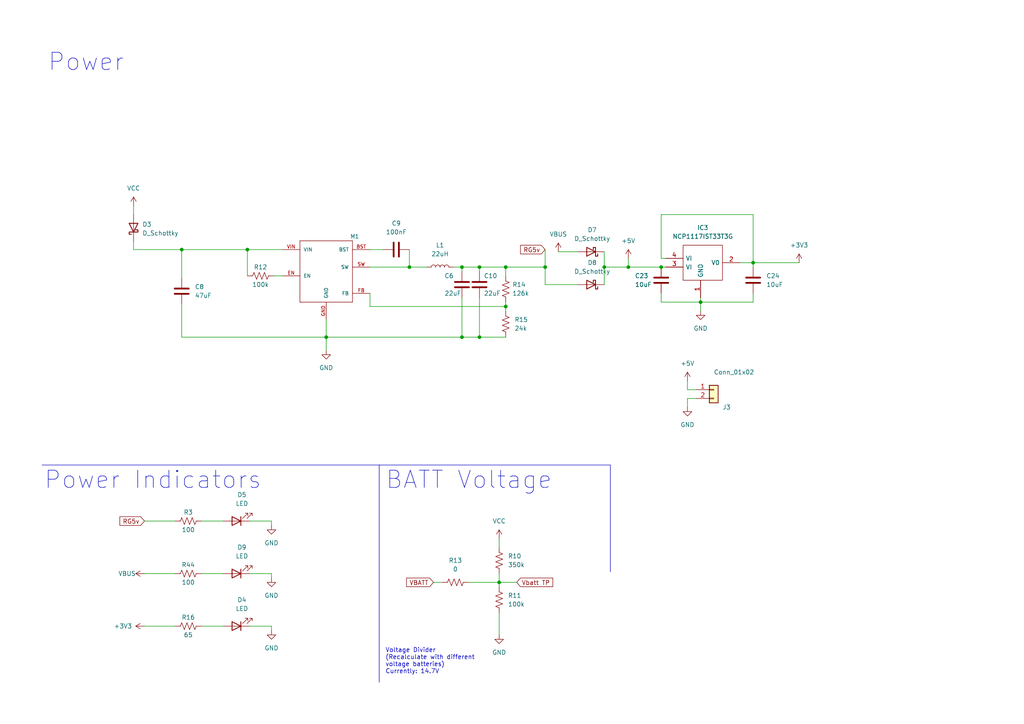
<source format=kicad_sch>
(kicad_sch (version 20230121) (generator eeschema)

  (uuid bef53c43-9608-4e37-96f3-ac66159eea2b)

  (paper "A4")

  (lib_symbols
    (symbol "Connector_Generic:Conn_01x02" (pin_names (offset 1.016) hide) (in_bom yes) (on_board yes)
      (property "Reference" "J" (at 0 2.54 0)
        (effects (font (size 1.27 1.27)))
      )
      (property "Value" "Conn_01x02" (at 0 -5.08 0)
        (effects (font (size 1.27 1.27)))
      )
      (property "Footprint" "" (at 0 0 0)
        (effects (font (size 1.27 1.27)) hide)
      )
      (property "Datasheet" "~" (at 0 0 0)
        (effects (font (size 1.27 1.27)) hide)
      )
      (property "ki_keywords" "connector" (at 0 0 0)
        (effects (font (size 1.27 1.27)) hide)
      )
      (property "ki_description" "Generic connector, single row, 01x02, script generated (kicad-library-utils/schlib/autogen/connector/)" (at 0 0 0)
        (effects (font (size 1.27 1.27)) hide)
      )
      (property "ki_fp_filters" "Connector*:*_1x??_*" (at 0 0 0)
        (effects (font (size 1.27 1.27)) hide)
      )
      (symbol "Conn_01x02_1_1"
        (rectangle (start -1.27 -2.413) (end 0 -2.667)
          (stroke (width 0.1524) (type default))
          (fill (type none))
        )
        (rectangle (start -1.27 0.127) (end 0 -0.127)
          (stroke (width 0.1524) (type default))
          (fill (type none))
        )
        (rectangle (start -1.27 1.27) (end 1.27 -3.81)
          (stroke (width 0.254) (type default))
          (fill (type background))
        )
        (pin passive line (at -5.08 0 0) (length 3.81)
          (name "Pin_1" (effects (font (size 1.27 1.27))))
          (number "1" (effects (font (size 1.27 1.27))))
        )
        (pin passive line (at -5.08 -2.54 0) (length 3.81)
          (name "Pin_2" (effects (font (size 1.27 1.27))))
          (number "2" (effects (font (size 1.27 1.27))))
        )
      )
    )
    (symbol "Device:C" (pin_numbers hide) (pin_names (offset 0.254)) (in_bom yes) (on_board yes)
      (property "Reference" "C" (at 0.635 2.54 0)
        (effects (font (size 1.27 1.27)) (justify left))
      )
      (property "Value" "C" (at 0.635 -2.54 0)
        (effects (font (size 1.27 1.27)) (justify left))
      )
      (property "Footprint" "" (at 0.9652 -3.81 0)
        (effects (font (size 1.27 1.27)) hide)
      )
      (property "Datasheet" "~" (at 0 0 0)
        (effects (font (size 1.27 1.27)) hide)
      )
      (property "ki_keywords" "cap capacitor" (at 0 0 0)
        (effects (font (size 1.27 1.27)) hide)
      )
      (property "ki_description" "Unpolarized capacitor" (at 0 0 0)
        (effects (font (size 1.27 1.27)) hide)
      )
      (property "ki_fp_filters" "C_*" (at 0 0 0)
        (effects (font (size 1.27 1.27)) hide)
      )
      (symbol "C_0_1"
        (polyline
          (pts
            (xy -2.032 -0.762)
            (xy 2.032 -0.762)
          )
          (stroke (width 0.508) (type default))
          (fill (type none))
        )
        (polyline
          (pts
            (xy -2.032 0.762)
            (xy 2.032 0.762)
          )
          (stroke (width 0.508) (type default))
          (fill (type none))
        )
      )
      (symbol "C_1_1"
        (pin passive line (at 0 3.81 270) (length 2.794)
          (name "~" (effects (font (size 1.27 1.27))))
          (number "1" (effects (font (size 1.27 1.27))))
        )
        (pin passive line (at 0 -3.81 90) (length 2.794)
          (name "~" (effects (font (size 1.27 1.27))))
          (number "2" (effects (font (size 1.27 1.27))))
        )
      )
    )
    (symbol "Device:D_Schottky" (pin_numbers hide) (pin_names (offset 1.016) hide) (in_bom yes) (on_board yes)
      (property "Reference" "D" (at 0 2.54 0)
        (effects (font (size 1.27 1.27)))
      )
      (property "Value" "D_Schottky" (at 0 -2.54 0)
        (effects (font (size 1.27 1.27)))
      )
      (property "Footprint" "" (at 0 0 0)
        (effects (font (size 1.27 1.27)) hide)
      )
      (property "Datasheet" "~" (at 0 0 0)
        (effects (font (size 1.27 1.27)) hide)
      )
      (property "ki_keywords" "diode Schottky" (at 0 0 0)
        (effects (font (size 1.27 1.27)) hide)
      )
      (property "ki_description" "Schottky diode" (at 0 0 0)
        (effects (font (size 1.27 1.27)) hide)
      )
      (property "ki_fp_filters" "TO-???* *_Diode_* *SingleDiode* D_*" (at 0 0 0)
        (effects (font (size 1.27 1.27)) hide)
      )
      (symbol "D_Schottky_0_1"
        (polyline
          (pts
            (xy 1.27 0)
            (xy -1.27 0)
          )
          (stroke (width 0) (type default))
          (fill (type none))
        )
        (polyline
          (pts
            (xy 1.27 1.27)
            (xy 1.27 -1.27)
            (xy -1.27 0)
            (xy 1.27 1.27)
          )
          (stroke (width 0.254) (type default))
          (fill (type none))
        )
        (polyline
          (pts
            (xy -1.905 0.635)
            (xy -1.905 1.27)
            (xy -1.27 1.27)
            (xy -1.27 -1.27)
            (xy -0.635 -1.27)
            (xy -0.635 -0.635)
          )
          (stroke (width 0.254) (type default))
          (fill (type none))
        )
      )
      (symbol "D_Schottky_1_1"
        (pin passive line (at -3.81 0 0) (length 2.54)
          (name "K" (effects (font (size 1.27 1.27))))
          (number "1" (effects (font (size 1.27 1.27))))
        )
        (pin passive line (at 3.81 0 180) (length 2.54)
          (name "A" (effects (font (size 1.27 1.27))))
          (number "2" (effects (font (size 1.27 1.27))))
        )
      )
    )
    (symbol "Device:L" (pin_numbers hide) (pin_names (offset 1.016) hide) (in_bom yes) (on_board yes)
      (property "Reference" "L" (at -1.27 0 90)
        (effects (font (size 1.27 1.27)))
      )
      (property "Value" "L" (at 1.905 0 90)
        (effects (font (size 1.27 1.27)))
      )
      (property "Footprint" "" (at 0 0 0)
        (effects (font (size 1.27 1.27)) hide)
      )
      (property "Datasheet" "~" (at 0 0 0)
        (effects (font (size 1.27 1.27)) hide)
      )
      (property "ki_keywords" "inductor choke coil reactor magnetic" (at 0 0 0)
        (effects (font (size 1.27 1.27)) hide)
      )
      (property "ki_description" "Inductor" (at 0 0 0)
        (effects (font (size 1.27 1.27)) hide)
      )
      (property "ki_fp_filters" "Choke_* *Coil* Inductor_* L_*" (at 0 0 0)
        (effects (font (size 1.27 1.27)) hide)
      )
      (symbol "L_0_1"
        (arc (start 0 -2.54) (mid 0.6323 -1.905) (end 0 -1.27)
          (stroke (width 0) (type default))
          (fill (type none))
        )
        (arc (start 0 -1.27) (mid 0.6323 -0.635) (end 0 0)
          (stroke (width 0) (type default))
          (fill (type none))
        )
        (arc (start 0 0) (mid 0.6323 0.635) (end 0 1.27)
          (stroke (width 0) (type default))
          (fill (type none))
        )
        (arc (start 0 1.27) (mid 0.6323 1.905) (end 0 2.54)
          (stroke (width 0) (type default))
          (fill (type none))
        )
      )
      (symbol "L_1_1"
        (pin passive line (at 0 3.81 270) (length 1.27)
          (name "1" (effects (font (size 1.27 1.27))))
          (number "1" (effects (font (size 1.27 1.27))))
        )
        (pin passive line (at 0 -3.81 90) (length 1.27)
          (name "2" (effects (font (size 1.27 1.27))))
          (number "2" (effects (font (size 1.27 1.27))))
        )
      )
    )
    (symbol "Device:LED" (pin_numbers hide) (pin_names (offset 1.016) hide) (in_bom yes) (on_board yes)
      (property "Reference" "D" (at 0 2.54 0)
        (effects (font (size 1.27 1.27)))
      )
      (property "Value" "LED" (at 0 -2.54 0)
        (effects (font (size 1.27 1.27)))
      )
      (property "Footprint" "" (at 0 0 0)
        (effects (font (size 1.27 1.27)) hide)
      )
      (property "Datasheet" "~" (at 0 0 0)
        (effects (font (size 1.27 1.27)) hide)
      )
      (property "ki_keywords" "LED diode" (at 0 0 0)
        (effects (font (size 1.27 1.27)) hide)
      )
      (property "ki_description" "Light emitting diode" (at 0 0 0)
        (effects (font (size 1.27 1.27)) hide)
      )
      (property "ki_fp_filters" "LED* LED_SMD:* LED_THT:*" (at 0 0 0)
        (effects (font (size 1.27 1.27)) hide)
      )
      (symbol "LED_0_1"
        (polyline
          (pts
            (xy -1.27 -1.27)
            (xy -1.27 1.27)
          )
          (stroke (width 0.254) (type default))
          (fill (type none))
        )
        (polyline
          (pts
            (xy -1.27 0)
            (xy 1.27 0)
          )
          (stroke (width 0) (type default))
          (fill (type none))
        )
        (polyline
          (pts
            (xy 1.27 -1.27)
            (xy 1.27 1.27)
            (xy -1.27 0)
            (xy 1.27 -1.27)
          )
          (stroke (width 0.254) (type default))
          (fill (type none))
        )
        (polyline
          (pts
            (xy -3.048 -0.762)
            (xy -4.572 -2.286)
            (xy -3.81 -2.286)
            (xy -4.572 -2.286)
            (xy -4.572 -1.524)
          )
          (stroke (width 0) (type default))
          (fill (type none))
        )
        (polyline
          (pts
            (xy -1.778 -0.762)
            (xy -3.302 -2.286)
            (xy -2.54 -2.286)
            (xy -3.302 -2.286)
            (xy -3.302 -1.524)
          )
          (stroke (width 0) (type default))
          (fill (type none))
        )
      )
      (symbol "LED_1_1"
        (pin passive line (at -3.81 0 0) (length 2.54)
          (name "K" (effects (font (size 1.27 1.27))))
          (number "1" (effects (font (size 1.27 1.27))))
        )
        (pin passive line (at 3.81 0 180) (length 2.54)
          (name "A" (effects (font (size 1.27 1.27))))
          (number "2" (effects (font (size 1.27 1.27))))
        )
      )
    )
    (symbol "Device:R_US" (pin_numbers hide) (pin_names (offset 0)) (in_bom yes) (on_board yes)
      (property "Reference" "R" (at 2.54 0 90)
        (effects (font (size 1.27 1.27)))
      )
      (property "Value" "R_US" (at -2.54 0 90)
        (effects (font (size 1.27 1.27)))
      )
      (property "Footprint" "" (at 1.016 -0.254 90)
        (effects (font (size 1.27 1.27)) hide)
      )
      (property "Datasheet" "~" (at 0 0 0)
        (effects (font (size 1.27 1.27)) hide)
      )
      (property "ki_keywords" "R res resistor" (at 0 0 0)
        (effects (font (size 1.27 1.27)) hide)
      )
      (property "ki_description" "Resistor, US symbol" (at 0 0 0)
        (effects (font (size 1.27 1.27)) hide)
      )
      (property "ki_fp_filters" "R_*" (at 0 0 0)
        (effects (font (size 1.27 1.27)) hide)
      )
      (symbol "R_US_0_1"
        (polyline
          (pts
            (xy 0 -2.286)
            (xy 0 -2.54)
          )
          (stroke (width 0) (type default))
          (fill (type none))
        )
        (polyline
          (pts
            (xy 0 2.286)
            (xy 0 2.54)
          )
          (stroke (width 0) (type default))
          (fill (type none))
        )
        (polyline
          (pts
            (xy 0 -0.762)
            (xy 1.016 -1.143)
            (xy 0 -1.524)
            (xy -1.016 -1.905)
            (xy 0 -2.286)
          )
          (stroke (width 0) (type default))
          (fill (type none))
        )
        (polyline
          (pts
            (xy 0 0.762)
            (xy 1.016 0.381)
            (xy 0 0)
            (xy -1.016 -0.381)
            (xy 0 -0.762)
          )
          (stroke (width 0) (type default))
          (fill (type none))
        )
        (polyline
          (pts
            (xy 0 2.286)
            (xy 1.016 1.905)
            (xy 0 1.524)
            (xy -1.016 1.143)
            (xy 0 0.762)
          )
          (stroke (width 0) (type default))
          (fill (type none))
        )
      )
      (symbol "R_US_1_1"
        (pin passive line (at 0 3.81 270) (length 1.27)
          (name "~" (effects (font (size 1.27 1.27))))
          (number "1" (effects (font (size 1.27 1.27))))
        )
        (pin passive line (at 0 -3.81 90) (length 1.27)
          (name "~" (effects (font (size 1.27 1.27))))
          (number "2" (effects (font (size 1.27 1.27))))
        )
      )
    )
    (symbol "EXO_BRONCO_Avionics_Sym:NCP1117IST33T3G" (pin_names (offset 0.762)) (in_bom yes) (on_board yes)
      (property "Reference" "IC" (at 39.37 7.62 0)
        (effects (font (size 1.27 1.27)) (justify left))
      )
      (property "Value" "NCP1117IST33T3G" (at 39.37 5.08 0)
        (effects (font (size 1.27 1.27)) (justify left))
      )
      (property "Footprint" "Exo_Bronco_Avionics_Footprints:SOT230P700X180-4N" (at 39.37 2.54 0)
        (effects (font (size 1.27 1.27)) (justify left) hide)
      )
      (property "Datasheet" "https://www.onsemi.com/pdf/datasheet/ncp1117-d.pdf" (at 39.37 0 0)
        (effects (font (size 1.27 1.27)) (justify left) hide)
      )
      (property "Description" "Linear Voltage Regulator IC Positive Fixed 1 Output 1A SOT-223" (at 39.37 -2.54 0)
        (effects (font (size 1.27 1.27)) (justify left) hide)
      )
      (property "Height" "1.8" (at 39.37 -5.08 0)
        (effects (font (size 1.27 1.27)) (justify left) hide)
      )
      (property "Manufacturer_Name" "onsemi" (at 39.37 -7.62 0)
        (effects (font (size 1.27 1.27)) (justify left) hide)
      )
      (property "Manufacturer_Part_Number" "NCP1117IST33T3G" (at 39.37 -10.16 0)
        (effects (font (size 1.27 1.27)) (justify left) hide)
      )
      (property "Mouser Part Number" "863-NCP1117IST33T3G" (at 39.37 -12.7 0)
        (effects (font (size 1.27 1.27)) (justify left) hide)
      )
      (property "Mouser Price/Stock" "https://www.mouser.co.uk/ProductDetail/onsemi/NCP1117IST33T3G?qs=iLbezkQI%252BsgWHC6Yi9bFVA%3D%3D" (at 39.37 -15.24 0)
        (effects (font (size 1.27 1.27)) (justify left) hide)
      )
      (property "Arrow Part Number" "NCP1117IST33T3G" (at 39.37 -17.78 0)
        (effects (font (size 1.27 1.27)) (justify left) hide)
      )
      (property "Arrow Price/Stock" "https://www.arrow.com/en/products/ncp1117ist33t3g/on-semiconductor?region=nac" (at 39.37 -20.32 0)
        (effects (font (size 1.27 1.27)) (justify left) hide)
      )
      (property "ki_description" "Linear Voltage Regulator IC Positive Fixed 1 Output 1A SOT-223" (at 0 0 0)
        (effects (font (size 1.27 1.27)) hide)
      )
      (symbol "NCP1117IST33T3G_0_0"
        (pin passive line (at 20.32 -12.7 90) (length 5.08)
          (name "GND" (effects (font (size 1.27 1.27))))
          (number "1" (effects (font (size 1.27 1.27))))
        )
        (pin passive line (at 31.75 -2.54 180) (length 5.08)
          (name "V0" (effects (font (size 1.27 1.27))))
          (number "2" (effects (font (size 1.27 1.27))))
        )
        (pin passive line (at 10.16 -3.81 0) (length 5.08)
          (name "VI" (effects (font (size 1.27 1.27))))
          (number "3" (effects (font (size 1.27 1.27))))
        )
        (pin passive line (at 10.16 -1.27 0) (length 5.08)
          (name "VI" (effects (font (size 1.27 1.27))))
          (number "4" (effects (font (size 1.27 1.27))))
        )
      )
      (symbol "NCP1117IST33T3G_0_1"
        (polyline
          (pts
            (xy 15.24 2.54)
            (xy 26.67 2.54)
            (xy 26.67 -7.62)
            (xy 15.24 -7.62)
            (xy 15.24 2.54)
          )
          (stroke (width 0.1524) (type default))
          (fill (type none))
        )
      )
    )
    (symbol "TP6841:TP6841S6-A" (pin_names (offset 1.016)) (in_bom yes) (on_board yes)
      (property "Reference" "M1" (at 8.255 16.51 0)
        (effects (font (size 1.143 1.143)))
      )
      (property "Value" "TP6841S6-A" (at 24.13 16.51 0)
        (effects (font (size 1.143 1.143)) hide)
      )
      (property "Footprint" "Exo_Bronco_Avionics_Footprints:SOT32-6 TP6841S6-TP6841S6-A" (at 24.13 15.24 0)
        (effects (font (size 0.508 0.508)) hide)
      )
      (property "Datasheet" "" (at 0 0 0)
        (effects (font (size 1.27 1.27)) hide)
      )
      (property "ki_fp_filters" "*TP6841S6-A*" (at 0 0 0)
        (effects (font (size 1.27 1.27)) hide)
      )
      (symbol "TP6841S6-A_1_0"
        (polyline
          (pts
            (xy -7.62 -2.54)
            (xy 7.62 -2.54)
          )
          (stroke (width 0) (type default))
          (fill (type none))
        )
        (polyline
          (pts
            (xy -7.62 15.24)
            (xy -7.62 -2.54)
          )
          (stroke (width 0) (type default))
          (fill (type none))
        )
        (polyline
          (pts
            (xy 7.62 -2.54)
            (xy 7.62 15.24)
          )
          (stroke (width 0) (type default))
          (fill (type none))
        )
        (polyline
          (pts
            (xy 7.62 15.24)
            (xy -7.62 15.24)
          )
          (stroke (width 0) (type default))
          (fill (type none))
        )
      )
      (symbol "TP6841S6-A_1_1"
        (pin bidirectional line (at 12.7 12.7 180) (length 5.08)
          (name "BST" (effects (font (size 1.016 1.016))))
          (number "BST" (effects (font (size 1.016 1.016))))
        )
        (pin bidirectional line (at -12.7 5.08 0) (length 5.08)
          (name "EN" (effects (font (size 1.016 1.016))))
          (number "EN" (effects (font (size 1.016 1.016))))
        )
        (pin bidirectional line (at 12.7 0 180) (length 5.08)
          (name "FB" (effects (font (size 1.016 1.016))))
          (number "FB" (effects (font (size 1.016 1.016))))
        )
        (pin bidirectional line (at 0 -7.62 90) (length 5.08)
          (name "GND" (effects (font (size 1.016 1.016))))
          (number "GND" (effects (font (size 1.016 1.016))))
        )
        (pin bidirectional line (at 12.7 7.62 180) (length 5.08)
          (name "SW" (effects (font (size 1.016 1.016))))
          (number "SW" (effects (font (size 1.016 1.016))))
        )
        (pin bidirectional line (at -12.7 12.7 0) (length 5.08)
          (name "VIN" (effects (font (size 1.016 1.016))))
          (number "VIN" (effects (font (size 1.016 1.016))))
        )
      )
    )
    (symbol "power:+3.3V" (power) (pin_names (offset 0)) (in_bom yes) (on_board yes)
      (property "Reference" "#PWR" (at 0 -3.81 0)
        (effects (font (size 1.27 1.27)) hide)
      )
      (property "Value" "+3.3V" (at 0 3.556 0)
        (effects (font (size 1.27 1.27)))
      )
      (property "Footprint" "" (at 0 0 0)
        (effects (font (size 1.27 1.27)) hide)
      )
      (property "Datasheet" "" (at 0 0 0)
        (effects (font (size 1.27 1.27)) hide)
      )
      (property "ki_keywords" "power-flag" (at 0 0 0)
        (effects (font (size 1.27 1.27)) hide)
      )
      (property "ki_description" "Power symbol creates a global label with name \"+3.3V\"" (at 0 0 0)
        (effects (font (size 1.27 1.27)) hide)
      )
      (symbol "+3.3V_0_1"
        (polyline
          (pts
            (xy -0.762 1.27)
            (xy 0 2.54)
          )
          (stroke (width 0) (type default))
          (fill (type none))
        )
        (polyline
          (pts
            (xy 0 0)
            (xy 0 2.54)
          )
          (stroke (width 0) (type default))
          (fill (type none))
        )
        (polyline
          (pts
            (xy 0 2.54)
            (xy 0.762 1.27)
          )
          (stroke (width 0) (type default))
          (fill (type none))
        )
      )
      (symbol "+3.3V_1_1"
        (pin power_in line (at 0 0 90) (length 0) hide
          (name "+3V3" (effects (font (size 1.27 1.27))))
          (number "1" (effects (font (size 1.27 1.27))))
        )
      )
    )
    (symbol "power:+5V" (power) (pin_names (offset 0)) (in_bom yes) (on_board yes)
      (property "Reference" "#PWR" (at 0 -3.81 0)
        (effects (font (size 1.27 1.27)) hide)
      )
      (property "Value" "+5V" (at 0 3.556 0)
        (effects (font (size 1.27 1.27)))
      )
      (property "Footprint" "" (at 0 0 0)
        (effects (font (size 1.27 1.27)) hide)
      )
      (property "Datasheet" "" (at 0 0 0)
        (effects (font (size 1.27 1.27)) hide)
      )
      (property "ki_keywords" "power-flag" (at 0 0 0)
        (effects (font (size 1.27 1.27)) hide)
      )
      (property "ki_description" "Power symbol creates a global label with name \"+5V\"" (at 0 0 0)
        (effects (font (size 1.27 1.27)) hide)
      )
      (symbol "+5V_0_1"
        (polyline
          (pts
            (xy -0.762 1.27)
            (xy 0 2.54)
          )
          (stroke (width 0) (type default))
          (fill (type none))
        )
        (polyline
          (pts
            (xy 0 0)
            (xy 0 2.54)
          )
          (stroke (width 0) (type default))
          (fill (type none))
        )
        (polyline
          (pts
            (xy 0 2.54)
            (xy 0.762 1.27)
          )
          (stroke (width 0) (type default))
          (fill (type none))
        )
      )
      (symbol "+5V_1_1"
        (pin power_in line (at 0 0 90) (length 0) hide
          (name "+5V" (effects (font (size 1.27 1.27))))
          (number "1" (effects (font (size 1.27 1.27))))
        )
      )
    )
    (symbol "power:GND" (power) (pin_names (offset 0)) (in_bom yes) (on_board yes)
      (property "Reference" "#PWR" (at 0 -6.35 0)
        (effects (font (size 1.27 1.27)) hide)
      )
      (property "Value" "GND" (at 0 -3.81 0)
        (effects (font (size 1.27 1.27)))
      )
      (property "Footprint" "" (at 0 0 0)
        (effects (font (size 1.27 1.27)) hide)
      )
      (property "Datasheet" "" (at 0 0 0)
        (effects (font (size 1.27 1.27)) hide)
      )
      (property "ki_keywords" "power-flag" (at 0 0 0)
        (effects (font (size 1.27 1.27)) hide)
      )
      (property "ki_description" "Power symbol creates a global label with name \"GND\" , ground" (at 0 0 0)
        (effects (font (size 1.27 1.27)) hide)
      )
      (symbol "GND_0_1"
        (polyline
          (pts
            (xy 0 0)
            (xy 0 -1.27)
            (xy 1.27 -1.27)
            (xy 0 -2.54)
            (xy -1.27 -1.27)
            (xy 0 -1.27)
          )
          (stroke (width 0) (type default))
          (fill (type none))
        )
      )
      (symbol "GND_1_1"
        (pin power_in line (at 0 0 270) (length 0) hide
          (name "GND" (effects (font (size 1.27 1.27))))
          (number "1" (effects (font (size 1.27 1.27))))
        )
      )
    )
    (symbol "power:VBUS" (power) (pin_names (offset 0)) (in_bom yes) (on_board yes)
      (property "Reference" "#PWR" (at 0 -3.81 0)
        (effects (font (size 1.27 1.27)) hide)
      )
      (property "Value" "VBUS" (at 0 3.81 0)
        (effects (font (size 1.27 1.27)))
      )
      (property "Footprint" "" (at 0 0 0)
        (effects (font (size 1.27 1.27)) hide)
      )
      (property "Datasheet" "" (at 0 0 0)
        (effects (font (size 1.27 1.27)) hide)
      )
      (property "ki_keywords" "power-flag" (at 0 0 0)
        (effects (font (size 1.27 1.27)) hide)
      )
      (property "ki_description" "Power symbol creates a global label with name \"VBUS\"" (at 0 0 0)
        (effects (font (size 1.27 1.27)) hide)
      )
      (symbol "VBUS_0_1"
        (polyline
          (pts
            (xy -0.762 1.27)
            (xy 0 2.54)
          )
          (stroke (width 0) (type default))
          (fill (type none))
        )
        (polyline
          (pts
            (xy 0 0)
            (xy 0 2.54)
          )
          (stroke (width 0) (type default))
          (fill (type none))
        )
        (polyline
          (pts
            (xy 0 2.54)
            (xy 0.762 1.27)
          )
          (stroke (width 0) (type default))
          (fill (type none))
        )
      )
      (symbol "VBUS_1_1"
        (pin power_in line (at 0 0 90) (length 0) hide
          (name "VBUS" (effects (font (size 1.27 1.27))))
          (number "1" (effects (font (size 1.27 1.27))))
        )
      )
    )
    (symbol "power:VCC" (power) (pin_names (offset 0)) (in_bom yes) (on_board yes)
      (property "Reference" "#PWR" (at 0 -3.81 0)
        (effects (font (size 1.27 1.27)) hide)
      )
      (property "Value" "VCC" (at 0 3.81 0)
        (effects (font (size 1.27 1.27)))
      )
      (property "Footprint" "" (at 0 0 0)
        (effects (font (size 1.27 1.27)) hide)
      )
      (property "Datasheet" "" (at 0 0 0)
        (effects (font (size 1.27 1.27)) hide)
      )
      (property "ki_keywords" "power-flag" (at 0 0 0)
        (effects (font (size 1.27 1.27)) hide)
      )
      (property "ki_description" "Power symbol creates a global label with name \"VCC\"" (at 0 0 0)
        (effects (font (size 1.27 1.27)) hide)
      )
      (symbol "VCC_0_1"
        (polyline
          (pts
            (xy -0.762 1.27)
            (xy 0 2.54)
          )
          (stroke (width 0) (type default))
          (fill (type none))
        )
        (polyline
          (pts
            (xy 0 0)
            (xy 0 2.54)
          )
          (stroke (width 0) (type default))
          (fill (type none))
        )
        (polyline
          (pts
            (xy 0 2.54)
            (xy 0.762 1.27)
          )
          (stroke (width 0) (type default))
          (fill (type none))
        )
      )
      (symbol "VCC_1_1"
        (pin power_in line (at 0 0 90) (length 0) hide
          (name "VCC" (effects (font (size 1.27 1.27))))
          (number "1" (effects (font (size 1.27 1.27))))
        )
      )
    )
  )

  (junction (at 133.985 77.47) (diameter 0) (color 0 0 0 0)
    (uuid 101afed6-3dbc-466a-b8a6-faed355674a5)
  )
  (junction (at 118.745 77.47) (diameter 0) (color 0 0 0 0)
    (uuid 1b992076-afe9-45a6-8dad-b4f1b690e79e)
  )
  (junction (at 191.77 77.47) (diameter 0) (color 0 0 0 0)
    (uuid 277ea869-f321-424b-a444-f0ed97a7625e)
  )
  (junction (at 71.755 72.39) (diameter 0) (color 0 0 0 0)
    (uuid 29b5fdf8-caa0-4bff-86fa-ee2882615069)
  )
  (junction (at 158.115 77.47) (diameter 0) (color 0 0 0 0)
    (uuid 2f024120-825a-4efd-b280-e4e3a9296e95)
  )
  (junction (at 146.685 77.47) (diameter 0) (color 0 0 0 0)
    (uuid 2f063148-40c7-456f-a621-c0a0ccee6da5)
  )
  (junction (at 133.985 97.79) (diameter 0) (color 0 0 0 0)
    (uuid 48ff39e0-4f47-47d1-9c13-1c5c2725a9bd)
  )
  (junction (at 146.685 88.9) (diameter 0) (color 0 0 0 0)
    (uuid 4f9c38ae-0547-4659-9961-2de216dd1b30)
  )
  (junction (at 52.705 72.39) (diameter 0) (color 0 0 0 0)
    (uuid 541baab7-d80b-45de-bb4a-77f005721469)
  )
  (junction (at 182.245 77.47) (diameter 0) (color 0 0 0 0)
    (uuid 5a6ca9c2-1cd6-4f5d-bcde-a379805acec0)
  )
  (junction (at 218.44 76.2) (diameter 0) (color 0 0 0 0)
    (uuid 65c9cc87-431e-459a-ad9c-da09192428e2)
  )
  (junction (at 94.615 97.79) (diameter 0) (color 0 0 0 0)
    (uuid c1c90c2a-1ed6-4ed8-9bd4-2931e22f753f)
  )
  (junction (at 139.065 77.47) (diameter 0) (color 0 0 0 0)
    (uuid db057ad8-046a-454b-833f-fd9cd994c979)
  )
  (junction (at 203.2 87.63) (diameter 0) (color 0 0 0 0)
    (uuid dc97b175-549b-49d5-8d1c-cfcb6fa71b9b)
  )
  (junction (at 144.78 168.91) (diameter 0) (color 0 0 0 0)
    (uuid eb772101-66a9-453f-a4f1-c722244976c0)
  )
  (junction (at 175.26 77.47) (diameter 0) (color 0 0 0 0)
    (uuid ed9d845b-47ea-4127-8e42-d58289c40fd9)
  )
  (junction (at 139.065 97.79) (diameter 0) (color 0 0 0 0)
    (uuid f6c9d899-f747-41c7-aab0-179c478c0259)
  )

  (wire (pts (xy 118.745 77.47) (xy 123.825 77.47))
    (stroke (width 0) (type default))
    (uuid 005eb05d-fbf8-4ab2-a8ae-e174df9d03ae)
  )
  (wire (pts (xy 135.89 168.91) (xy 144.78 168.91))
    (stroke (width 0) (type default))
    (uuid 030d2b89-447c-44c1-9a95-d470493c1e25)
  )
  (wire (pts (xy 158.115 82.55) (xy 158.115 77.47))
    (stroke (width 0) (type default))
    (uuid 058eefd2-7cea-42dd-9096-ad0a8ac5a1b9)
  )
  (wire (pts (xy 41.91 151.13) (xy 50.8 151.13))
    (stroke (width 0) (type default))
    (uuid 07405466-b88d-423e-8949-0614625bbca0)
  )
  (wire (pts (xy 182.245 74.93) (xy 182.245 77.47))
    (stroke (width 0) (type default))
    (uuid 08dbdcd9-dbe2-47c1-a6ea-6f1a97fdc7c2)
  )
  (wire (pts (xy 72.39 181.61) (xy 78.74 181.61))
    (stroke (width 0) (type default))
    (uuid 0e9e1753-9edb-4f01-ae70-99b80066d9de)
  )
  (wire (pts (xy 94.615 97.79) (xy 133.985 97.79))
    (stroke (width 0) (type default))
    (uuid 12847707-6b7b-4c9b-9805-e8d803103410)
  )
  (wire (pts (xy 94.615 97.79) (xy 94.615 101.6))
    (stroke (width 0) (type default))
    (uuid 1336d76e-0019-4a05-8753-4868db126520)
  )
  (wire (pts (xy 133.985 86.36) (xy 133.985 97.79))
    (stroke (width 0) (type default))
    (uuid 147fca8b-118b-475d-b351-e42ca829c5fe)
  )
  (wire (pts (xy 203.2 87.63) (xy 218.44 87.63))
    (stroke (width 0) (type default))
    (uuid 15b0f5bd-4d54-47cb-9f14-14da52569b3c)
  )
  (wire (pts (xy 139.065 86.36) (xy 139.065 97.79))
    (stroke (width 0) (type default))
    (uuid 188e9c15-178b-4776-931d-cad5796f043f)
  )
  (wire (pts (xy 214.63 76.2) (xy 218.44 76.2))
    (stroke (width 0) (type default))
    (uuid 1d898906-819d-4813-a452-dec9c3e2dfdb)
  )
  (wire (pts (xy 144.78 168.91) (xy 144.78 170.18))
    (stroke (width 0) (type default))
    (uuid 1ee12eff-7000-403a-9f5d-4964256463c3)
  )
  (wire (pts (xy 107.315 72.39) (xy 111.125 72.39))
    (stroke (width 0) (type default))
    (uuid 1f6c43a1-13da-4c15-b9e7-f5adcce77e21)
  )
  (wire (pts (xy 133.985 97.79) (xy 139.065 97.79))
    (stroke (width 0) (type default))
    (uuid 23254874-36c8-4c56-ba84-5b0a4db0802f)
  )
  (wire (pts (xy 146.685 77.47) (xy 146.685 80.01))
    (stroke (width 0) (type default))
    (uuid 25ff24aa-87bd-4c79-a984-f6a0df08ed33)
  )
  (wire (pts (xy 139.065 77.47) (xy 146.685 77.47))
    (stroke (width 0) (type default))
    (uuid 296b3c77-d262-4e0d-8352-d8e8f75f5b4c)
  )
  (wire (pts (xy 203.2 86.36) (xy 203.2 87.63))
    (stroke (width 0) (type default))
    (uuid 2d314e48-3997-4d4b-bd12-fcc8346057f5)
  )
  (wire (pts (xy 58.42 181.61) (xy 64.77 181.61))
    (stroke (width 0) (type default))
    (uuid 3433e2b5-0a01-4ecd-b447-a738f9e82199)
  )
  (wire (pts (xy 175.26 82.55) (xy 175.26 77.47))
    (stroke (width 0) (type default))
    (uuid 387f2756-a5b8-48ef-bad0-74dd72dc9859)
  )
  (wire (pts (xy 175.26 77.47) (xy 182.245 77.47))
    (stroke (width 0) (type default))
    (uuid 3a201854-4669-46fa-96e0-313281f668a4)
  )
  (wire (pts (xy 191.77 74.93) (xy 191.77 62.23))
    (stroke (width 0) (type default))
    (uuid 3a94f269-15bb-4221-9ac9-bf4b71515abe)
  )
  (wire (pts (xy 41.91 166.37) (xy 50.8 166.37))
    (stroke (width 0) (type default))
    (uuid 3ae7a239-bf5c-4408-af96-832695c9c278)
  )
  (wire (pts (xy 191.77 74.93) (xy 193.04 74.93))
    (stroke (width 0) (type default))
    (uuid 3caebf9f-c12c-4313-908e-8a26491a27f8)
  )
  (wire (pts (xy 191.77 77.47) (xy 193.04 77.47))
    (stroke (width 0) (type default))
    (uuid 3e4d9125-ed24-485f-9757-b278848985d5)
  )
  (wire (pts (xy 78.74 151.13) (xy 78.74 152.4))
    (stroke (width 0) (type default))
    (uuid 482fb157-fc63-4bbc-b158-a1dc30f744d6)
  )
  (wire (pts (xy 52.705 72.39) (xy 71.755 72.39))
    (stroke (width 0) (type default))
    (uuid 490ac24e-fe7b-43bc-a1ef-57c5612618a9)
  )
  (wire (pts (xy 144.78 177.8) (xy 144.78 184.15))
    (stroke (width 0) (type default))
    (uuid 4b5ea97b-e6aa-4fa8-ae11-6542bd1bd454)
  )
  (wire (pts (xy 139.065 97.79) (xy 146.685 97.79))
    (stroke (width 0) (type default))
    (uuid 4f42f455-be9c-4bd8-b02d-5119af943cb4)
  )
  (wire (pts (xy 38.735 72.39) (xy 52.705 72.39))
    (stroke (width 0) (type default))
    (uuid 5fc3925b-4d53-44ba-9ea2-46b65080724a)
  )
  (wire (pts (xy 199.39 115.57) (xy 199.39 118.11))
    (stroke (width 0) (type default))
    (uuid 62d074eb-76e7-45fa-b926-30e56818a76e)
  )
  (wire (pts (xy 199.39 113.03) (xy 201.93 113.03))
    (stroke (width 0) (type default))
    (uuid 6432e9b2-1395-4315-bead-68b0e85667c4)
  )
  (wire (pts (xy 191.77 87.63) (xy 203.2 87.63))
    (stroke (width 0) (type default))
    (uuid 66203c26-c3ad-440e-8282-5509304ed32b)
  )
  (wire (pts (xy 38.735 69.85) (xy 38.735 72.39))
    (stroke (width 0) (type default))
    (uuid 67bd8365-4c11-4215-b41a-6a7f196d45a9)
  )
  (wire (pts (xy 78.74 166.37) (xy 78.74 167.64))
    (stroke (width 0) (type default))
    (uuid 698aabb3-53f0-4a6b-81cd-1135c139d41f)
  )
  (wire (pts (xy 79.375 80.01) (xy 81.915 80.01))
    (stroke (width 0) (type default))
    (uuid 6a1b9761-b99d-45be-a065-b90f76ff7b92)
  )
  (wire (pts (xy 146.685 88.9) (xy 146.685 90.17))
    (stroke (width 0) (type default))
    (uuid 6b5f36ea-0409-4e0b-ac6b-f574c5d748b7)
  )
  (wire (pts (xy 218.44 76.2) (xy 231.775 76.2))
    (stroke (width 0) (type default))
    (uuid 6bef994a-775b-4d4f-bf69-479cd86544c8)
  )
  (wire (pts (xy 144.78 168.91) (xy 149.86 168.91))
    (stroke (width 0) (type default))
    (uuid 6d7d2b06-bdb8-480a-b0d3-6e2516d51c4b)
  )
  (wire (pts (xy 81.915 72.39) (xy 71.755 72.39))
    (stroke (width 0) (type default))
    (uuid 701ae27e-9ee0-455c-9f00-48cbb30a9dbe)
  )
  (wire (pts (xy 52.705 88.265) (xy 52.705 97.79))
    (stroke (width 0) (type default))
    (uuid 72c400c5-9227-4533-89b7-64fc48cbb308)
  )
  (wire (pts (xy 199.39 110.49) (xy 199.39 113.03))
    (stroke (width 0) (type default))
    (uuid 7937449e-cb8c-4849-8994-2c40e229f02a)
  )
  (wire (pts (xy 191.77 85.09) (xy 191.77 87.63))
    (stroke (width 0) (type default))
    (uuid 8e35835b-4eab-4e5b-84c3-f6740dbc7647)
  )
  (wire (pts (xy 41.91 181.61) (xy 50.8 181.61))
    (stroke (width 0) (type default))
    (uuid 8fd6f004-c2a1-4f4b-86b3-fc8df542cb70)
  )
  (wire (pts (xy 133.985 77.47) (xy 139.065 77.47))
    (stroke (width 0) (type default))
    (uuid 99732863-1ce1-4602-8055-4e30fe8251ad)
  )
  (wire (pts (xy 167.64 82.55) (xy 158.115 82.55))
    (stroke (width 0) (type default))
    (uuid 9d0f4ce1-2b30-46ce-b3f0-338056d615b5)
  )
  (wire (pts (xy 144.78 166.37) (xy 144.78 168.91))
    (stroke (width 0) (type default))
    (uuid a0ba64c8-6ddc-4c36-84e8-e63d12d423e0)
  )
  (polyline (pts (xy 109.982 134.874) (xy 109.982 197.866))
    (stroke (width 0) (type default))
    (uuid a2185806-234d-42e2-9ea9-86ec04e94157)
  )

  (wire (pts (xy 72.39 151.13) (xy 78.74 151.13))
    (stroke (width 0) (type default))
    (uuid a27c9d4c-86cb-4303-aefb-5ef6234b444a)
  )
  (wire (pts (xy 72.39 166.37) (xy 78.74 166.37))
    (stroke (width 0) (type default))
    (uuid a53e14f1-9711-4a70-a6de-84ac8cc3cd50)
  )
  (wire (pts (xy 107.315 77.47) (xy 118.745 77.47))
    (stroke (width 0) (type default))
    (uuid a5b17a5d-d08e-4d33-a326-c65dcd010125)
  )
  (polyline (pts (xy 109.982 134.874) (xy 177.038 134.874))
    (stroke (width 0) (type default))
    (uuid a6f22dcb-3895-4b71-8a9b-ac5f9009446e)
  )

  (wire (pts (xy 58.42 151.13) (xy 64.77 151.13))
    (stroke (width 0) (type default))
    (uuid a8eedb1e-a3c1-4d01-b6fe-4734b0d06b41)
  )
  (polyline (pts (xy 12.192 134.874) (xy 109.982 134.874))
    (stroke (width 0) (type default))
    (uuid ab8fb678-be2d-42bb-9cd2-17e358f9e2eb)
  )

  (wire (pts (xy 175.26 73.025) (xy 175.26 77.47))
    (stroke (width 0) (type default))
    (uuid ac0f7756-ac06-45d2-8dc0-a0baa68b3f4b)
  )
  (wire (pts (xy 161.925 73.025) (xy 167.64 73.025))
    (stroke (width 0) (type default))
    (uuid af28beb4-25c9-4662-87c5-b22c6b65e611)
  )
  (wire (pts (xy 218.44 77.47) (xy 218.44 76.2))
    (stroke (width 0) (type default))
    (uuid b2155e14-9bd0-4c66-b1d5-723050b5e782)
  )
  (wire (pts (xy 58.42 166.37) (xy 64.77 166.37))
    (stroke (width 0) (type default))
    (uuid b2f32ae5-5fb0-4743-b7c5-537dd8294935)
  )
  (wire (pts (xy 144.78 156.21) (xy 144.78 158.75))
    (stroke (width 0) (type default))
    (uuid b5be9bac-9a2e-4554-966e-632bb2cabfae)
  )
  (wire (pts (xy 139.065 77.47) (xy 139.065 78.74))
    (stroke (width 0) (type default))
    (uuid b85b9c77-6086-4c0a-910c-d3f883dbc48f)
  )
  (wire (pts (xy 38.735 59.69) (xy 38.735 62.23))
    (stroke (width 0) (type default))
    (uuid ba4e07c2-5873-4ae8-8e2f-ff6a50678d49)
  )
  (wire (pts (xy 107.315 88.9) (xy 107.315 85.09))
    (stroke (width 0) (type default))
    (uuid c31de2e1-3f0e-4a2d-8082-a9a20db46120)
  )
  (wire (pts (xy 182.245 77.47) (xy 191.77 77.47))
    (stroke (width 0) (type default))
    (uuid c6f640c7-aae6-439b-b37c-47ae0a683a8e)
  )
  (wire (pts (xy 218.44 87.63) (xy 218.44 85.09))
    (stroke (width 0) (type default))
    (uuid c7a64dd0-0ce1-4141-ae45-5ced7997d9f1)
  )
  (wire (pts (xy 203.2 87.63) (xy 203.2 90.17))
    (stroke (width 0) (type default))
    (uuid c887b561-2746-43fa-8287-ecce280760ec)
  )
  (wire (pts (xy 118.745 72.39) (xy 118.745 77.47))
    (stroke (width 0) (type default))
    (uuid c895063e-56cb-4ac1-8f85-eb5d53b15e43)
  )
  (wire (pts (xy 146.685 87.63) (xy 146.685 88.9))
    (stroke (width 0) (type default))
    (uuid cef81386-0e12-4fda-aca9-10b315220892)
  )
  (wire (pts (xy 146.685 88.9) (xy 107.315 88.9))
    (stroke (width 0) (type default))
    (uuid d0bf6da6-071a-4713-b769-f7b543213d50)
  )
  (wire (pts (xy 71.755 72.39) (xy 71.755 80.01))
    (stroke (width 0) (type default))
    (uuid d17a885f-9d26-420e-b524-b618fa59f49d)
  )
  (wire (pts (xy 78.74 181.61) (xy 78.74 182.88))
    (stroke (width 0) (type default))
    (uuid dc0cb8af-bbbe-4981-9a79-cfeadd0e4621)
  )
  (wire (pts (xy 133.985 77.47) (xy 133.985 78.74))
    (stroke (width 0) (type default))
    (uuid e36ea82f-31c7-40c8-8315-4a5f2790cb83)
  )
  (wire (pts (xy 191.77 62.23) (xy 218.44 62.23))
    (stroke (width 0) (type default))
    (uuid e5d271d2-0948-45cf-afcb-9cc91ebacee0)
  )
  (wire (pts (xy 52.705 80.645) (xy 52.705 72.39))
    (stroke (width 0) (type default))
    (uuid e72e2e55-9218-4fcb-baa1-32b0c6e9f9dc)
  )
  (wire (pts (xy 94.615 92.71) (xy 94.615 97.79))
    (stroke (width 0) (type default))
    (uuid e861b3fe-3b7e-4ee3-9922-e51b361b22b9)
  )
  (wire (pts (xy 131.445 77.47) (xy 133.985 77.47))
    (stroke (width 0) (type default))
    (uuid ea0c6f48-a203-4e8e-967c-bd7acf9c20a0)
  )
  (wire (pts (xy 199.39 115.57) (xy 201.93 115.57))
    (stroke (width 0) (type default))
    (uuid ea9e9b64-00f5-47c7-ad61-3aedcf02ea6d)
  )
  (wire (pts (xy 158.115 77.47) (xy 158.115 72.39))
    (stroke (width 0) (type default))
    (uuid ec817dff-e7ef-492e-8264-380fadc5bcdb)
  )
  (polyline (pts (xy 177.038 134.874) (xy 177.038 165.862))
    (stroke (width 0) (type default))
    (uuid f09a1dc8-28e5-49b4-a9c9-f76a88e666cb)
  )

  (wire (pts (xy 52.705 97.79) (xy 94.615 97.79))
    (stroke (width 0) (type default))
    (uuid f2c2a8b8-50be-4098-b716-30d78176646b)
  )
  (wire (pts (xy 218.44 62.23) (xy 218.44 76.2))
    (stroke (width 0) (type default))
    (uuid f8097e1e-a1d5-4993-ae39-e95e2b0abe6d)
  )
  (wire (pts (xy 146.685 77.47) (xy 158.115 77.47))
    (stroke (width 0) (type default))
    (uuid fb6d7a40-773f-4735-9994-9bb8e40358ec)
  )
  (wire (pts (xy 125.73 168.91) (xy 128.27 168.91))
    (stroke (width 0) (type default))
    (uuid fd0740ae-622e-4296-98c9-4db6a282eaad)
  )

  (text "Voltage Divider\n(Recalculate with different\nvoltage batteries)\nCurrently: 14.7V"
    (at 111.76 195.58 0)
    (effects (font (size 1.27 1.27)) (justify left bottom))
    (uuid 01685032-7c19-4bea-9fc9-d4172bb41887)
  )
  (text "BATT Voltage" (at 111.76 142.24 0)
    (effects (font (size 5 5)) (justify left bottom))
    (uuid 2680fbc8-4884-4fa4-b85b-481100b36a48)
  )
  (text "Power Indicators " (at 12.7 142.24 0)
    (effects (font (size 5 5)) (justify left bottom))
    (uuid 7d9c203c-d57e-43a8-a1bf-18827b1274b8)
  )
  (text "Power" (at 13.8176 21.0312 0)
    (effects (font (size 5 5)) (justify left bottom))
    (uuid 8e6c41dc-70ae-48fb-a5b0-00f6c7cfb5cc)
  )

  (global_label "Vbatt TP" (shape input) (at 149.86 168.91 0) (fields_autoplaced)
    (effects (font (size 1.27 1.27)) (justify left))
    (uuid 2677f4e4-8859-40f5-809a-4ba45aef4a77)
    (property "Intersheetrefs" "${INTERSHEET_REFS}" (at 160.1548 168.91 0)
      (effects (font (size 1.27 1.27)) (justify left) hide)
    )
  )
  (global_label "RG5v" (shape input) (at 41.91 151.13 180) (fields_autoplaced)
    (effects (font (size 1.27 1.27)) (justify right))
    (uuid 4cbae42d-ac0b-4bea-ac95-d043d8781092)
    (property "Intersheetrefs" "${INTERSHEET_REFS}" (at 34.8687 151.2094 0)
      (effects (font (size 1.27 1.27)) (justify right) hide)
    )
  )
  (global_label "VBATT" (shape input) (at 125.73 168.91 180) (fields_autoplaced)
    (effects (font (size 1.27 1.27)) (justify right))
    (uuid 7ea73f69-45d3-484a-a11d-42e800e6ecdb)
    (property "Intersheetrefs" "${INTERSHEET_REFS}" (at 117.9345 168.8306 0)
      (effects (font (size 1.27 1.27)) (justify right) hide)
    )
  )
  (global_label "RG5v" (shape input) (at 158.115 72.39 180) (fields_autoplaced)
    (effects (font (size 1.27 1.27)) (justify right))
    (uuid f25f101b-8072-41c4-89a3-eab20da994e0)
    (property "Intersheetrefs" "${INTERSHEET_REFS}" (at 151.0737 72.4694 0)
      (effects (font (size 1.27 1.27)) (justify right) hide)
    )
  )

  (symbol (lib_id "Device:R_US") (at 54.61 166.37 90) (unit 1)
    (in_bom yes) (on_board yes) (dnp no)
    (uuid 0358ddfa-bf31-4033-b46f-0e0d4c7c0e23)
    (property "Reference" "R44" (at 54.61 163.83 90)
      (effects (font (size 1.27 1.27)))
    )
    (property "Value" "100" (at 54.61 168.91 90)
      (effects (font (size 1.27 1.27)))
    )
    (property "Footprint" "Resistor_SMD:R_0603_1608Metric" (at 54.864 165.354 90)
      (effects (font (size 1.27 1.27)) hide)
    )
    (property "Datasheet" "~" (at 54.61 166.37 0)
      (effects (font (size 1.27 1.27)) hide)
    )
    (pin "1" (uuid 6f1ba192-8c83-45d1-abda-b448256f7ba9))
    (pin "2" (uuid 4c4b5e05-03e8-412c-bb89-69867f3d8fa0))
    (instances
      (project "AvionicsV0"
        (path "/e63e39d7-6ac0-4ffd-8aa3-1841a4541b55/67bc02c4-8903-4c53-b030-82afb6b77135"
          (reference "R44") (unit 1)
        )
      )
    )
  )

  (symbol (lib_id "Device:C") (at 218.44 81.28 0) (unit 1)
    (in_bom yes) (on_board yes) (dnp no) (fields_autoplaced)
    (uuid 048aa296-274c-4bf9-8ace-413902d37184)
    (property "Reference" "C24" (at 222.25 80.0099 0)
      (effects (font (size 1.27 1.27)) (justify left))
    )
    (property "Value" "10uF" (at 222.25 82.5499 0)
      (effects (font (size 1.27 1.27)) (justify left))
    )
    (property "Footprint" "Capacitor_SMD:C_0603_1608Metric" (at 219.4052 85.09 0)
      (effects (font (size 1.27 1.27)) hide)
    )
    (property "Datasheet" "~" (at 218.44 81.28 0)
      (effects (font (size 1.27 1.27)) hide)
    )
    (pin "1" (uuid dbd8e628-673f-4791-8ffe-07e4b266974b))
    (pin "2" (uuid 63eb5c04-6af3-4840-9ba3-a3184900284a))
    (instances
      (project "AvionicsV0"
        (path "/e63e39d7-6ac0-4ffd-8aa3-1841a4541b55/67bc02c4-8903-4c53-b030-82afb6b77135"
          (reference "C24") (unit 1)
        )
      )
    )
  )

  (symbol (lib_id "Device:C") (at 191.77 81.28 0) (unit 1)
    (in_bom yes) (on_board yes) (dnp no)
    (uuid 12d2edb2-d8f9-4b10-ad5f-0db64a072ffe)
    (property "Reference" "C23" (at 184.15 80.01 0)
      (effects (font (size 1.27 1.27)) (justify left))
    )
    (property "Value" "10uF" (at 184.15 82.55 0)
      (effects (font (size 1.27 1.27)) (justify left))
    )
    (property "Footprint" "Capacitor_SMD:C_0603_1608Metric" (at 192.7352 85.09 0)
      (effects (font (size 1.27 1.27)) hide)
    )
    (property "Datasheet" "~" (at 191.77 81.28 0)
      (effects (font (size 1.27 1.27)) hide)
    )
    (pin "1" (uuid a65202dc-c06b-4e0a-8bcc-ada470944dd4))
    (pin "2" (uuid 479e7bfc-e724-4da2-903b-497e6fc43223))
    (instances
      (project "AvionicsV0"
        (path "/e63e39d7-6ac0-4ffd-8aa3-1841a4541b55/67bc02c4-8903-4c53-b030-82afb6b77135"
          (reference "C23") (unit 1)
        )
      )
    )
  )

  (symbol (lib_id "Device:C") (at 139.065 82.55 180) (unit 1)
    (in_bom yes) (on_board yes) (dnp no)
    (uuid 1c1ce3b9-9f47-41be-9fee-35e57dddefa7)
    (property "Reference" "C10" (at 140.335 80.01 0)
      (effects (font (size 1.27 1.27)) (justify right))
    )
    (property "Value" "22uF" (at 140.335 85.09 0)
      (effects (font (size 1.27 1.27)) (justify right))
    )
    (property "Footprint" "Capacitor_SMD:C_1210_3225Metric" (at 138.0998 78.74 0)
      (effects (font (size 1.27 1.27)) hide)
    )
    (property "Datasheet" "~" (at 139.065 82.55 0)
      (effects (font (size 1.27 1.27)) hide)
    )
    (pin "1" (uuid a4810410-b504-4c51-bcb1-420b8194d15e))
    (pin "2" (uuid 10038b47-41e4-4ea0-b582-be693eb83bf6))
    (instances
      (project "AvionicsV0"
        (path "/e63e39d7-6ac0-4ffd-8aa3-1841a4541b55/67bc02c4-8903-4c53-b030-82afb6b77135"
          (reference "C10") (unit 1)
        )
      )
    )
  )

  (symbol (lib_id "Device:R_US") (at 75.565 80.01 90) (unit 1)
    (in_bom yes) (on_board yes) (dnp no)
    (uuid 2077675b-4d65-4bd8-b725-f0fef34da527)
    (property "Reference" "R12" (at 75.565 77.47 90)
      (effects (font (size 1.27 1.27)))
    )
    (property "Value" "100k" (at 75.565 82.55 90)
      (effects (font (size 1.27 1.27)))
    )
    (property "Footprint" "Resistor_SMD:R_0603_1608Metric" (at 75.819 78.994 90)
      (effects (font (size 1.27 1.27)) hide)
    )
    (property "Datasheet" "~" (at 75.565 80.01 0)
      (effects (font (size 1.27 1.27)) hide)
    )
    (pin "1" (uuid 44520b3c-5b04-43b9-a30e-22180c4b99f4))
    (pin "2" (uuid 0390a5c3-68eb-4a5e-b3e6-0adbd262e64d))
    (instances
      (project "AvionicsV0"
        (path "/e63e39d7-6ac0-4ffd-8aa3-1841a4541b55/67bc02c4-8903-4c53-b030-82afb6b77135"
          (reference "R12") (unit 1)
        )
      )
    )
  )

  (symbol (lib_id "power:+5V") (at 199.39 110.49 0) (unit 1)
    (in_bom yes) (on_board yes) (dnp no) (fields_autoplaced)
    (uuid 211bc296-f4ca-45af-98f1-3aa15feee6f1)
    (property "Reference" "#PWR0154" (at 199.39 114.3 0)
      (effects (font (size 1.27 1.27)) hide)
    )
    (property "Value" "+5V" (at 199.39 105.41 0)
      (effects (font (size 1.27 1.27)))
    )
    (property "Footprint" "" (at 199.39 110.49 0)
      (effects (font (size 1.27 1.27)) hide)
    )
    (property "Datasheet" "" (at 199.39 110.49 0)
      (effects (font (size 1.27 1.27)) hide)
    )
    (pin "1" (uuid 1ce4f5ab-7b1f-4091-95cf-06fdbba685fd))
    (instances
      (project "AvionicsV0"
        (path "/e63e39d7-6ac0-4ffd-8aa3-1841a4541b55/67bc02c4-8903-4c53-b030-82afb6b77135"
          (reference "#PWR0154") (unit 1)
        )
      )
    )
  )

  (symbol (lib_id "Device:R_US") (at 132.08 168.91 90) (unit 1)
    (in_bom yes) (on_board yes) (dnp no) (fields_autoplaced)
    (uuid 2a3d1c00-6f2f-4876-a7b1-947a46f5e794)
    (property "Reference" "R13" (at 132.08 162.56 90)
      (effects (font (size 1.27 1.27)))
    )
    (property "Value" "0" (at 132.08 165.1 90)
      (effects (font (size 1.27 1.27)))
    )
    (property "Footprint" "Resistor_SMD:R_0603_1608Metric" (at 132.334 167.894 90)
      (effects (font (size 1.27 1.27)) hide)
    )
    (property "Datasheet" "~" (at 132.08 168.91 0)
      (effects (font (size 1.27 1.27)) hide)
    )
    (pin "1" (uuid 8a894d69-f990-4255-b742-c1e53111aead))
    (pin "2" (uuid 03701cbd-f6d8-4fac-96ed-77fb7c47f835))
    (instances
      (project "AvionicsV0"
        (path "/e63e39d7-6ac0-4ffd-8aa3-1841a4541b55/67bc02c4-8903-4c53-b030-82afb6b77135"
          (reference "R13") (unit 1)
        )
      )
    )
  )

  (symbol (lib_id "Device:R_US") (at 146.685 83.82 0) (unit 1)
    (in_bom yes) (on_board yes) (dnp no) (fields_autoplaced)
    (uuid 2f930889-a0d7-4e04-9591-e2e7ae579096)
    (property "Reference" "R14" (at 148.59 82.5499 0)
      (effects (font (size 1.27 1.27)) (justify left))
    )
    (property "Value" "126k" (at 148.59 85.0899 0)
      (effects (font (size 1.27 1.27)) (justify left))
    )
    (property "Footprint" "Resistor_SMD:R_0603_1608Metric" (at 147.701 84.074 90)
      (effects (font (size 1.27 1.27)) hide)
    )
    (property "Datasheet" "~" (at 146.685 83.82 0)
      (effects (font (size 1.27 1.27)) hide)
    )
    (pin "1" (uuid e317a8c8-e884-4569-8352-3ed19b3c0dc8))
    (pin "2" (uuid 95ffd8f8-e83b-4f14-ab45-f0793b62da14))
    (instances
      (project "AvionicsV0"
        (path "/e63e39d7-6ac0-4ffd-8aa3-1841a4541b55/67bc02c4-8903-4c53-b030-82afb6b77135"
          (reference "R14") (unit 1)
        )
      )
    )
  )

  (symbol (lib_id "power:GND") (at 199.39 118.11 0) (unit 1)
    (in_bom yes) (on_board yes) (dnp no) (fields_autoplaced)
    (uuid 303cefd9-dd3a-4e2f-ac6b-89ff3f048f0a)
    (property "Reference" "#PWR0179" (at 199.39 124.46 0)
      (effects (font (size 1.27 1.27)) hide)
    )
    (property "Value" "GND" (at 199.39 123.19 0)
      (effects (font (size 1.27 1.27)))
    )
    (property "Footprint" "" (at 199.39 118.11 0)
      (effects (font (size 1.27 1.27)) hide)
    )
    (property "Datasheet" "" (at 199.39 118.11 0)
      (effects (font (size 1.27 1.27)) hide)
    )
    (pin "1" (uuid 08c39e2e-1407-4bf0-ab07-91fd7619133d))
    (instances
      (project "AvionicsV0"
        (path "/e63e39d7-6ac0-4ffd-8aa3-1841a4541b55/67bc02c4-8903-4c53-b030-82afb6b77135"
          (reference "#PWR0179") (unit 1)
        )
      )
    )
  )

  (symbol (lib_id "power:+3.3V") (at 231.775 76.2 0) (unit 1)
    (in_bom yes) (on_board yes) (dnp no) (fields_autoplaced)
    (uuid 322f22ee-7049-4600-ba35-723eb2cb910d)
    (property "Reference" "#PWR0120" (at 231.775 80.01 0)
      (effects (font (size 1.27 1.27)) hide)
    )
    (property "Value" "+3.3V" (at 231.775 71.12 0)
      (effects (font (size 1.27 1.27)))
    )
    (property "Footprint" "" (at 231.775 76.2 0)
      (effects (font (size 1.27 1.27)) hide)
    )
    (property "Datasheet" "" (at 231.775 76.2 0)
      (effects (font (size 1.27 1.27)) hide)
    )
    (pin "1" (uuid 10d6bece-2fe2-4e9c-951c-ce0f71bb10fc))
    (instances
      (project "AvionicsV0"
        (path "/e63e39d7-6ac0-4ffd-8aa3-1841a4541b55/67bc02c4-8903-4c53-b030-82afb6b77135"
          (reference "#PWR0120") (unit 1)
        )
      )
    )
  )

  (symbol (lib_id "Device:R_US") (at 144.78 162.56 0) (unit 1)
    (in_bom yes) (on_board yes) (dnp no) (fields_autoplaced)
    (uuid 3acd774c-a502-4f6d-b7fd-a1103ef70212)
    (property "Reference" "R10" (at 147.32 161.2899 0)
      (effects (font (size 1.27 1.27)) (justify left))
    )
    (property "Value" "350k" (at 147.32 163.8299 0)
      (effects (font (size 1.27 1.27)) (justify left))
    )
    (property "Footprint" "Resistor_SMD:R_0603_1608Metric" (at 145.796 162.814 90)
      (effects (font (size 1.27 1.27)) hide)
    )
    (property "Datasheet" "~" (at 144.78 162.56 0)
      (effects (font (size 1.27 1.27)) hide)
    )
    (pin "1" (uuid a53ebcd5-71ce-44b2-b188-26e1fcc34743))
    (pin "2" (uuid f0acc7ea-af97-4af8-bf83-7ec77aa7167b))
    (instances
      (project "AvionicsV0"
        (path "/e63e39d7-6ac0-4ffd-8aa3-1841a4541b55/67bc02c4-8903-4c53-b030-82afb6b77135"
          (reference "R10") (unit 1)
        )
      )
    )
  )

  (symbol (lib_id "power:+5V") (at 182.245 74.93 0) (unit 1)
    (in_bom yes) (on_board yes) (dnp no) (fields_autoplaced)
    (uuid 3b220242-840a-47f0-830c-a49cb8af55c0)
    (property "Reference" "#PWR0183" (at 182.245 78.74 0)
      (effects (font (size 1.27 1.27)) hide)
    )
    (property "Value" "+5V" (at 182.245 69.85 0)
      (effects (font (size 1.27 1.27)))
    )
    (property "Footprint" "" (at 182.245 74.93 0)
      (effects (font (size 1.27 1.27)) hide)
    )
    (property "Datasheet" "" (at 182.245 74.93 0)
      (effects (font (size 1.27 1.27)) hide)
    )
    (pin "1" (uuid 2943f91d-eb88-436c-87e8-1b18a9afe3a4))
    (instances
      (project "AvionicsV0"
        (path "/e63e39d7-6ac0-4ffd-8aa3-1841a4541b55/67bc02c4-8903-4c53-b030-82afb6b77135"
          (reference "#PWR0183") (unit 1)
        )
      )
    )
  )

  (symbol (lib_id "power:VBUS") (at 161.925 73.025 0) (unit 1)
    (in_bom yes) (on_board yes) (dnp no) (fields_autoplaced)
    (uuid 53aae503-3488-41e8-8dfa-a54f4fcc4526)
    (property "Reference" "#PWR0157" (at 161.925 76.835 0)
      (effects (font (size 1.27 1.27)) hide)
    )
    (property "Value" "VBUS" (at 161.925 67.945 0)
      (effects (font (size 1.27 1.27)))
    )
    (property "Footprint" "" (at 161.925 73.025 0)
      (effects (font (size 1.27 1.27)) hide)
    )
    (property "Datasheet" "" (at 161.925 73.025 0)
      (effects (font (size 1.27 1.27)) hide)
    )
    (pin "1" (uuid 1dc7006b-552b-498b-a520-0199d3cf8c54))
    (instances
      (project "AvionicsV0"
        (path "/e63e39d7-6ac0-4ffd-8aa3-1841a4541b55/67bc02c4-8903-4c53-b030-82afb6b77135"
          (reference "#PWR0157") (unit 1)
        )
      )
    )
  )

  (symbol (lib_id "Device:L") (at 127.635 77.47 90) (unit 1)
    (in_bom yes) (on_board yes) (dnp no) (fields_autoplaced)
    (uuid 575ccbcf-39fa-4c68-ad4f-dfaccd58a217)
    (property "Reference" "L1" (at 127.635 71.12 90)
      (effects (font (size 1.27 1.27)))
    )
    (property "Value" "22uH" (at 127.635 73.66 90)
      (effects (font (size 1.27 1.27)))
    )
    (property "Footprint" "Inductor_SMD:L_Bourns-SRN6028" (at 127.635 77.47 0)
      (effects (font (size 1.27 1.27)) hide)
    )
    (property "Datasheet" "~" (at 127.635 77.47 0)
      (effects (font (size 1.27 1.27)) hide)
    )
    (pin "1" (uuid 90067a09-d070-4818-b454-279caab6ca20))
    (pin "2" (uuid 3bee3637-6f1f-4e9e-badc-0dcb4a13e1fb))
    (instances
      (project "AvionicsV0"
        (path "/e63e39d7-6ac0-4ffd-8aa3-1841a4541b55/67bc02c4-8903-4c53-b030-82afb6b77135"
          (reference "L1") (unit 1)
        )
      )
    )
  )

  (symbol (lib_id "Device:LED") (at 68.58 166.37 180) (unit 1)
    (in_bom yes) (on_board yes) (dnp no) (fields_autoplaced)
    (uuid 577c1823-bf6e-4375-8dda-cd0ccf87f8be)
    (property "Reference" "D9" (at 70.1675 158.75 0)
      (effects (font (size 1.27 1.27)))
    )
    (property "Value" "LED" (at 70.1675 161.29 0)
      (effects (font (size 1.27 1.27)))
    )
    (property "Footprint" "LED_SMD:LED_0603_1608Metric" (at 68.58 166.37 0)
      (effects (font (size 1.27 1.27)) hide)
    )
    (property "Datasheet" "~" (at 68.58 166.37 0)
      (effects (font (size 1.27 1.27)) hide)
    )
    (pin "1" (uuid 5186b42b-eb5a-4b2a-a2f2-e1c6ef720014))
    (pin "2" (uuid c45e07a7-3722-441b-b815-de18f4dd3ed7))
    (instances
      (project "AvionicsV0"
        (path "/e63e39d7-6ac0-4ffd-8aa3-1841a4541b55/67bc02c4-8903-4c53-b030-82afb6b77135"
          (reference "D9") (unit 1)
        )
      )
    )
  )

  (symbol (lib_id "EXO_BRONCO_Avionics_Sym:NCP1117IST33T3G") (at 182.88 73.66 0) (unit 1)
    (in_bom yes) (on_board yes) (dnp no) (fields_autoplaced)
    (uuid 5c1c384c-e55f-428d-a311-73dd63e6268e)
    (property "Reference" "IC3" (at 203.835 66.04 0)
      (effects (font (size 1.27 1.27)))
    )
    (property "Value" "NCP1117IST33T3G" (at 203.835 68.58 0)
      (effects (font (size 1.27 1.27)))
    )
    (property "Footprint" "Exo_Bronco_Avionics_Footprints:SOT230P700X180-4N" (at 222.25 71.12 0)
      (effects (font (size 1.27 1.27)) (justify left) hide)
    )
    (property "Datasheet" "https://www.onsemi.com/pdf/datasheet/ncp1117-d.pdf" (at 222.25 73.66 0)
      (effects (font (size 1.27 1.27)) (justify left) hide)
    )
    (property "Description" "Linear Voltage Regulator IC Positive Fixed 1 Output 1A SOT-223" (at 222.25 76.2 0)
      (effects (font (size 1.27 1.27)) (justify left) hide)
    )
    (property "Height" "1.8" (at 222.25 78.74 0)
      (effects (font (size 1.27 1.27)) (justify left) hide)
    )
    (property "Manufacturer_Name" "onsemi" (at 222.25 81.28 0)
      (effects (font (size 1.27 1.27)) (justify left) hide)
    )
    (property "Manufacturer_Part_Number" "NCP1117IST33T3G" (at 222.25 83.82 0)
      (effects (font (size 1.27 1.27)) (justify left) hide)
    )
    (property "Mouser Part Number" "863-NCP1117IST33T3G" (at 222.25 86.36 0)
      (effects (font (size 1.27 1.27)) (justify left) hide)
    )
    (property "Mouser Price/Stock" "https://www.mouser.co.uk/ProductDetail/onsemi/NCP1117IST33T3G?qs=iLbezkQI%252BsgWHC6Yi9bFVA%3D%3D" (at 222.25 88.9 0)
      (effects (font (size 1.27 1.27)) (justify left) hide)
    )
    (property "Arrow Part Number" "NCP1117IST33T3G" (at 222.25 91.44 0)
      (effects (font (size 1.27 1.27)) (justify left) hide)
    )
    (property "Arrow Price/Stock" "https://www.arrow.com/en/products/ncp1117ist33t3g/on-semiconductor?region=nac" (at 222.25 93.98 0)
      (effects (font (size 1.27 1.27)) (justify left) hide)
    )
    (pin "1" (uuid 2c5757f8-b6af-428b-85f4-2c5a3836d183))
    (pin "2" (uuid 6f6b4983-41cf-450e-9afa-027ef5bd5318))
    (pin "3" (uuid 55268a27-7535-4d62-be44-8bcb641c4ddd))
    (pin "4" (uuid 43863f0a-610f-4239-b948-2bbf89f8cd63))
    (instances
      (project "AvionicsV0"
        (path "/e63e39d7-6ac0-4ffd-8aa3-1841a4541b55/67bc02c4-8903-4c53-b030-82afb6b77135"
          (reference "IC3") (unit 1)
        )
      )
    )
  )

  (symbol (lib_id "power:VCC") (at 38.735 59.69 0) (unit 1)
    (in_bom yes) (on_board yes) (dnp no) (fields_autoplaced)
    (uuid 5d76824b-78ae-4dd8-98b2-b4328a634435)
    (property "Reference" "#PWR0119" (at 38.735 63.5 0)
      (effects (font (size 1.27 1.27)) hide)
    )
    (property "Value" "VCC" (at 38.735 54.61 0)
      (effects (font (size 1.27 1.27)))
    )
    (property "Footprint" "" (at 38.735 59.69 0)
      (effects (font (size 1.27 1.27)) hide)
    )
    (property "Datasheet" "" (at 38.735 59.69 0)
      (effects (font (size 1.27 1.27)) hide)
    )
    (pin "1" (uuid 9e8a9990-f32a-4f6f-aadb-651f84b7672e))
    (instances
      (project "AvionicsV0"
        (path "/e63e39d7-6ac0-4ffd-8aa3-1841a4541b55/67bc02c4-8903-4c53-b030-82afb6b77135"
          (reference "#PWR0119") (unit 1)
        )
      )
    )
  )

  (symbol (lib_id "Device:R_US") (at 146.685 93.98 0) (unit 1)
    (in_bom yes) (on_board yes) (dnp no) (fields_autoplaced)
    (uuid 5e49e3a6-8643-4bac-ab03-0655787afdc5)
    (property "Reference" "R15" (at 149.225 92.7099 0)
      (effects (font (size 1.27 1.27)) (justify left))
    )
    (property "Value" "24k" (at 149.225 95.2499 0)
      (effects (font (size 1.27 1.27)) (justify left))
    )
    (property "Footprint" "Resistor_SMD:R_0603_1608Metric" (at 147.701 94.234 90)
      (effects (font (size 1.27 1.27)) hide)
    )
    (property "Datasheet" "~" (at 146.685 93.98 0)
      (effects (font (size 1.27 1.27)) hide)
    )
    (pin "1" (uuid b62e8ad9-bb27-42dc-95bd-43b459f6fa8f))
    (pin "2" (uuid 5f161b5f-0973-42b0-bca1-09cbe86feede))
    (instances
      (project "AvionicsV0"
        (path "/e63e39d7-6ac0-4ffd-8aa3-1841a4541b55/67bc02c4-8903-4c53-b030-82afb6b77135"
          (reference "R15") (unit 1)
        )
      )
    )
  )

  (symbol (lib_id "Device:D_Schottky") (at 171.45 82.55 180) (unit 1)
    (in_bom yes) (on_board yes) (dnp no) (fields_autoplaced)
    (uuid 61063457-a456-4b4f-a22c-10f5474b318d)
    (property "Reference" "D8" (at 171.7675 76.2 0)
      (effects (font (size 1.27 1.27)))
    )
    (property "Value" "D_Schottky" (at 171.7675 78.74 0)
      (effects (font (size 1.27 1.27)))
    )
    (property "Footprint" "Diode_SMD:D_0603_1608Metric" (at 171.45 82.55 0)
      (effects (font (size 1.27 1.27)) hide)
    )
    (property "Datasheet" "~" (at 171.45 82.55 0)
      (effects (font (size 1.27 1.27)) hide)
    )
    (pin "1" (uuid d9b9babd-b74c-4b79-aad8-6f61a1b9ef0e))
    (pin "2" (uuid 663755fa-2b87-4273-9706-63396c13b8b4))
    (instances
      (project "AvionicsV0"
        (path "/e63e39d7-6ac0-4ffd-8aa3-1841a4541b55/67bc02c4-8903-4c53-b030-82afb6b77135"
          (reference "D8") (unit 1)
        )
      )
    )
  )

  (symbol (lib_id "Device:R_US") (at 54.61 181.61 90) (unit 1)
    (in_bom yes) (on_board yes) (dnp no)
    (uuid 63df8cfc-6197-46c1-9be2-35d7477e14ba)
    (property "Reference" "R16" (at 54.61 179.07 90)
      (effects (font (size 1.27 1.27)))
    )
    (property "Value" "65" (at 54.61 184.15 90)
      (effects (font (size 1.27 1.27)))
    )
    (property "Footprint" "Resistor_SMD:R_0603_1608Metric" (at 54.864 180.594 90)
      (effects (font (size 1.27 1.27)) hide)
    )
    (property "Datasheet" "~" (at 54.61 181.61 0)
      (effects (font (size 1.27 1.27)) hide)
    )
    (pin "1" (uuid feb0e5ac-7838-4fd1-a22d-8e381b2a85ae))
    (pin "2" (uuid bbf29af8-14cd-4f57-ba29-0f9fed567459))
    (instances
      (project "AvionicsV0"
        (path "/e63e39d7-6ac0-4ffd-8aa3-1841a4541b55/67bc02c4-8903-4c53-b030-82afb6b77135"
          (reference "R16") (unit 1)
        )
      )
    )
  )

  (symbol (lib_id "Connector_Generic:Conn_01x02") (at 207.01 113.03 0) (unit 1)
    (in_bom yes) (on_board yes) (dnp no)
    (uuid 71c25106-b010-4acc-b0ad-236d27b224b0)
    (property "Reference" "J3" (at 209.55 118.11 0)
      (effects (font (size 1.27 1.27)) (justify left))
    )
    (property "Value" "Conn_01x02" (at 207.01 107.95 0)
      (effects (font (size 1.27 1.27)) (justify left))
    )
    (property "Footprint" "Global Footprints:OST_OSTTE020104" (at 207.01 113.03 0)
      (effects (font (size 1.27 1.27)) hide)
    )
    (property "Datasheet" "~" (at 207.01 113.03 0)
      (effects (font (size 1.27 1.27)) hide)
    )
    (pin "1" (uuid e592d7b9-e68f-49df-90d1-e959e3b0f698))
    (pin "2" (uuid 322e994e-399f-4404-9319-6d70cf642881))
    (instances
      (project "AvionicsV0"
        (path "/e63e39d7-6ac0-4ffd-8aa3-1841a4541b55/67bc02c4-8903-4c53-b030-82afb6b77135"
          (reference "J3") (unit 1)
        )
      )
    )
  )

  (symbol (lib_id "power:GND") (at 78.74 167.64 0) (unit 1)
    (in_bom yes) (on_board yes) (dnp no) (fields_autoplaced)
    (uuid 77f10b44-4af2-4c04-b1ab-4e21ad50863c)
    (property "Reference" "#PWR0187" (at 78.74 173.99 0)
      (effects (font (size 1.27 1.27)) hide)
    )
    (property "Value" "GND" (at 78.74 172.72 0)
      (effects (font (size 1.27 1.27)))
    )
    (property "Footprint" "" (at 78.74 167.64 0)
      (effects (font (size 1.27 1.27)) hide)
    )
    (property "Datasheet" "" (at 78.74 167.64 0)
      (effects (font (size 1.27 1.27)) hide)
    )
    (pin "1" (uuid 474c0058-b108-4c3a-9112-e8cc3c1f62cd))
    (instances
      (project "AvionicsV0"
        (path "/e63e39d7-6ac0-4ffd-8aa3-1841a4541b55/67bc02c4-8903-4c53-b030-82afb6b77135"
          (reference "#PWR0187") (unit 1)
        )
      )
    )
  )

  (symbol (lib_id "power:GND") (at 203.2 90.17 0) (unit 1)
    (in_bom yes) (on_board yes) (dnp no) (fields_autoplaced)
    (uuid 7b001c24-195f-4fbd-92c4-788429ace0d7)
    (property "Reference" "#PWR0168" (at 203.2 96.52 0)
      (effects (font (size 1.27 1.27)) hide)
    )
    (property "Value" "GND" (at 203.2 95.25 0)
      (effects (font (size 1.27 1.27)))
    )
    (property "Footprint" "" (at 203.2 90.17 0)
      (effects (font (size 1.27 1.27)) hide)
    )
    (property "Datasheet" "" (at 203.2 90.17 0)
      (effects (font (size 1.27 1.27)) hide)
    )
    (pin "1" (uuid 4c6b8c37-882c-4859-a43f-1e0f53ad9825))
    (instances
      (project "AvionicsV0"
        (path "/e63e39d7-6ac0-4ffd-8aa3-1841a4541b55/67bc02c4-8903-4c53-b030-82afb6b77135"
          (reference "#PWR0168") (unit 1)
        )
      )
    )
  )

  (symbol (lib_id "Device:C") (at 52.705 84.455 0) (unit 1)
    (in_bom yes) (on_board yes) (dnp no) (fields_autoplaced)
    (uuid 88fa2017-ec5c-4eb1-aeb1-6356394061bf)
    (property "Reference" "C8" (at 56.515 83.1849 0)
      (effects (font (size 1.27 1.27)) (justify left))
    )
    (property "Value" "47uF" (at 56.515 85.7249 0)
      (effects (font (size 1.27 1.27)) (justify left))
    )
    (property "Footprint" "Capacitor_SMD:C_1210_3225Metric" (at 53.6702 88.265 0)
      (effects (font (size 1.27 1.27)) hide)
    )
    (property "Datasheet" "~" (at 52.705 84.455 0)
      (effects (font (size 1.27 1.27)) hide)
    )
    (pin "1" (uuid 7758ffd0-d4ff-4431-87e8-f39bad6301a7))
    (pin "2" (uuid d751be33-bc96-4cde-8cd7-54ee5cf97ea0))
    (instances
      (project "AvionicsV0"
        (path "/e63e39d7-6ac0-4ffd-8aa3-1841a4541b55/67bc02c4-8903-4c53-b030-82afb6b77135"
          (reference "C8") (unit 1)
        )
      )
    )
  )

  (symbol (lib_id "Device:D_Schottky") (at 38.735 66.04 90) (unit 1)
    (in_bom yes) (on_board yes) (dnp no) (fields_autoplaced)
    (uuid 8a1190b3-bb7c-4716-b24f-da190b903061)
    (property "Reference" "D3" (at 41.275 65.0874 90)
      (effects (font (size 1.27 1.27)) (justify right))
    )
    (property "Value" "D_Schottky" (at 41.275 67.6274 90)
      (effects (font (size 1.27 1.27)) (justify right))
    )
    (property "Footprint" "Diode_SMD:D_0603_1608Metric" (at 38.735 66.04 0)
      (effects (font (size 1.27 1.27)) hide)
    )
    (property "Datasheet" "~" (at 38.735 66.04 0)
      (effects (font (size 1.27 1.27)) hide)
    )
    (pin "1" (uuid 4f517a97-d2a1-4a87-a669-0931337a3e35))
    (pin "2" (uuid 5e9fc3ee-740a-46f2-961e-807172869351))
    (instances
      (project "AvionicsV0"
        (path "/e63e39d7-6ac0-4ffd-8aa3-1841a4541b55/67bc02c4-8903-4c53-b030-82afb6b77135"
          (reference "D3") (unit 1)
        )
      )
    )
  )

  (symbol (lib_id "power:GND") (at 78.74 182.88 0) (unit 1)
    (in_bom yes) (on_board yes) (dnp no) (fields_autoplaced)
    (uuid 8b7029bc-f1e6-4c4f-b169-39e3a278e9d5)
    (property "Reference" "#PWR0118" (at 78.74 189.23 0)
      (effects (font (size 1.27 1.27)) hide)
    )
    (property "Value" "GND" (at 78.74 187.96 0)
      (effects (font (size 1.27 1.27)))
    )
    (property "Footprint" "" (at 78.74 182.88 0)
      (effects (font (size 1.27 1.27)) hide)
    )
    (property "Datasheet" "" (at 78.74 182.88 0)
      (effects (font (size 1.27 1.27)) hide)
    )
    (pin "1" (uuid 0d061113-db51-4266-87b7-1efd24b77d23))
    (instances
      (project "AvionicsV0"
        (path "/e63e39d7-6ac0-4ffd-8aa3-1841a4541b55/67bc02c4-8903-4c53-b030-82afb6b77135"
          (reference "#PWR0118") (unit 1)
        )
      )
    )
  )

  (symbol (lib_id "power:VCC") (at 144.78 156.21 0) (unit 1)
    (in_bom yes) (on_board yes) (dnp no) (fields_autoplaced)
    (uuid 8d4bb02a-864a-42ea-9279-3a04375beb41)
    (property "Reference" "#PWR0124" (at 144.78 160.02 0)
      (effects (font (size 1.27 1.27)) hide)
    )
    (property "Value" "VCC" (at 144.78 151.13 0)
      (effects (font (size 1.27 1.27)))
    )
    (property "Footprint" "" (at 144.78 156.21 0)
      (effects (font (size 1.27 1.27)) hide)
    )
    (property "Datasheet" "" (at 144.78 156.21 0)
      (effects (font (size 1.27 1.27)) hide)
    )
    (pin "1" (uuid b50f0bfd-8b9d-4bf5-add8-e1f0486842f3))
    (instances
      (project "AvionicsV0"
        (path "/e63e39d7-6ac0-4ffd-8aa3-1841a4541b55/67bc02c4-8903-4c53-b030-82afb6b77135"
          (reference "#PWR0124") (unit 1)
        )
      )
    )
  )

  (symbol (lib_id "power:GND") (at 94.615 101.6 0) (unit 1)
    (in_bom yes) (on_board yes) (dnp no) (fields_autoplaced)
    (uuid 986a9ddd-4455-435e-8d56-665102d58092)
    (property "Reference" "#PWR0116" (at 94.615 107.95 0)
      (effects (font (size 1.27 1.27)) hide)
    )
    (property "Value" "GND" (at 94.615 106.68 0)
      (effects (font (size 1.27 1.27)))
    )
    (property "Footprint" "" (at 94.615 101.6 0)
      (effects (font (size 1.27 1.27)) hide)
    )
    (property "Datasheet" "" (at 94.615 101.6 0)
      (effects (font (size 1.27 1.27)) hide)
    )
    (pin "1" (uuid 0a4048c7-624d-4fa3-ba3c-7ff3245e1912))
    (instances
      (project "AvionicsV0"
        (path "/e63e39d7-6ac0-4ffd-8aa3-1841a4541b55/67bc02c4-8903-4c53-b030-82afb6b77135"
          (reference "#PWR0116") (unit 1)
        )
      )
    )
  )

  (symbol (lib_id "power:VBUS") (at 41.91 166.37 90) (unit 1)
    (in_bom yes) (on_board yes) (dnp no)
    (uuid 9d5a052b-bc69-41b9-bc8c-fc70e9b6cddc)
    (property "Reference" "#PWR0186" (at 45.72 166.37 0)
      (effects (font (size 1.27 1.27)) hide)
    )
    (property "Value" "VBUS" (at 34.29 166.37 90)
      (effects (font (size 1.27 1.27)) (justify right))
    )
    (property "Footprint" "" (at 41.91 166.37 0)
      (effects (font (size 1.27 1.27)) hide)
    )
    (property "Datasheet" "" (at 41.91 166.37 0)
      (effects (font (size 1.27 1.27)) hide)
    )
    (pin "1" (uuid 469ec68b-0594-4175-af5d-22e99e512bd6))
    (instances
      (project "AvionicsV0"
        (path "/e63e39d7-6ac0-4ffd-8aa3-1841a4541b55/67bc02c4-8903-4c53-b030-82afb6b77135"
          (reference "#PWR0186") (unit 1)
        )
      )
    )
  )

  (symbol (lib_id "power:+3.3V") (at 41.91 181.61 90) (unit 1)
    (in_bom yes) (on_board yes) (dnp no)
    (uuid a36fcb03-706a-4106-a8e9-409317e6a179)
    (property "Reference" "#PWR0189" (at 45.72 181.61 0)
      (effects (font (size 1.27 1.27)) hide)
    )
    (property "Value" "+3.3V" (at 33.02 181.61 90)
      (effects (font (size 1.27 1.27)) (justify right))
    )
    (property "Footprint" "" (at 41.91 181.61 0)
      (effects (font (size 1.27 1.27)) hide)
    )
    (property "Datasheet" "" (at 41.91 181.61 0)
      (effects (font (size 1.27 1.27)) hide)
    )
    (pin "1" (uuid afb30d2c-f14a-4141-bee0-2430b857f9b2))
    (instances
      (project "AvionicsV0"
        (path "/e63e39d7-6ac0-4ffd-8aa3-1841a4541b55/67bc02c4-8903-4c53-b030-82afb6b77135"
          (reference "#PWR0189") (unit 1)
        )
      )
    )
  )

  (symbol (lib_id "Device:C") (at 114.935 72.39 90) (unit 1)
    (in_bom yes) (on_board yes) (dnp no) (fields_autoplaced)
    (uuid a5cfabe5-76eb-4120-b957-2d4f7e1af535)
    (property "Reference" "C9" (at 114.935 64.77 90)
      (effects (font (size 1.27 1.27)))
    )
    (property "Value" "100nF" (at 114.935 67.31 90)
      (effects (font (size 1.27 1.27)))
    )
    (property "Footprint" "Capacitor_SMD:C_0603_1608Metric" (at 118.745 71.4248 0)
      (effects (font (size 1.27 1.27)) hide)
    )
    (property "Datasheet" "~" (at 114.935 72.39 0)
      (effects (font (size 1.27 1.27)) hide)
    )
    (pin "1" (uuid a1df1579-7f98-456b-96b2-f2255e6a78f1))
    (pin "2" (uuid 8a962e46-a09b-4002-9560-1ec291e152f4))
    (instances
      (project "AvionicsV0"
        (path "/e63e39d7-6ac0-4ffd-8aa3-1841a4541b55/67bc02c4-8903-4c53-b030-82afb6b77135"
          (reference "C9") (unit 1)
        )
      )
    )
  )

  (symbol (lib_id "Device:LED") (at 68.58 151.13 180) (unit 1)
    (in_bom yes) (on_board yes) (dnp no) (fields_autoplaced)
    (uuid aa982b43-16ef-4dda-a055-36faea17455b)
    (property "Reference" "D5" (at 70.1675 143.51 0)
      (effects (font (size 1.27 1.27)))
    )
    (property "Value" "LED" (at 70.1675 146.05 0)
      (effects (font (size 1.27 1.27)))
    )
    (property "Footprint" "LED_SMD:LED_0603_1608Metric" (at 68.58 151.13 0)
      (effects (font (size 1.27 1.27)) hide)
    )
    (property "Datasheet" "~" (at 68.58 151.13 0)
      (effects (font (size 1.27 1.27)) hide)
    )
    (pin "1" (uuid c8afab4b-9964-4341-bc31-892e7e579723))
    (pin "2" (uuid d7474f98-98f9-4aaf-9a6d-32f1585ded60))
    (instances
      (project "AvionicsV0"
        (path "/e63e39d7-6ac0-4ffd-8aa3-1841a4541b55/67bc02c4-8903-4c53-b030-82afb6b77135"
          (reference "D5") (unit 1)
        )
      )
    )
  )

  (symbol (lib_id "TP6841:TP6841S6-A") (at 94.615 85.09 0) (unit 1)
    (in_bom yes) (on_board yes) (dnp no)
    (uuid aafd680e-f3de-44c3-b8d2-897188909f89)
    (property "Reference" "M1" (at 102.87 68.58 0)
      (effects (font (size 1.143 1.143)))
    )
    (property "Value" "TP6841S6-A" (at 118.745 68.58 0)
      (effects (font (size 1.143 1.143)) hide)
    )
    (property "Footprint" "Exo_Bronco_Avionics_Footprints:SOT32-6 TP6841S6-TP6841S6-A" (at 118.745 69.85 0)
      (effects (font (size 0.508 0.508)) hide)
    )
    (property "Datasheet" "" (at 94.615 85.09 0)
      (effects (font (size 1.27 1.27)) hide)
    )
    (pin "BST" (uuid 825065db-dc11-43e9-aa2e-59e6b2cd21f3))
    (pin "EN" (uuid eaab2e59-ff73-4d74-b3d3-7e7c2515083f))
    (pin "FB" (uuid b3dbf4ad-71cb-48f5-9655-41b47deeea78))
    (pin "GND" (uuid 4d7ffc75-3dd8-46f7-86f3-405d41c4571a))
    (pin "SW" (uuid 2276bf47-b441-4aa2-ba22-8213875ce0ee))
    (pin "VIN" (uuid 2af1d271-3c6a-476d-8eba-6b2aab466da3))
    (instances
      (project "AvionicsV0"
        (path "/e63e39d7-6ac0-4ffd-8aa3-1841a4541b55/67bc02c4-8903-4c53-b030-82afb6b77135"
          (reference "M1") (unit 1)
        )
      )
    )
  )

  (symbol (lib_id "Device:LED") (at 68.58 181.61 180) (unit 1)
    (in_bom yes) (on_board yes) (dnp no) (fields_autoplaced)
    (uuid ba92a2ae-fd08-4be3-9728-f775b94c53cb)
    (property "Reference" "D4" (at 70.1675 173.99 0)
      (effects (font (size 1.27 1.27)))
    )
    (property "Value" "LED" (at 70.1675 176.53 0)
      (effects (font (size 1.27 1.27)))
    )
    (property "Footprint" "LED_SMD:LED_0603_1608Metric" (at 68.58 181.61 0)
      (effects (font (size 1.27 1.27)) hide)
    )
    (property "Datasheet" "~" (at 68.58 181.61 0)
      (effects (font (size 1.27 1.27)) hide)
    )
    (pin "1" (uuid fbe962e8-6289-455f-b0a5-2a7de107a05a))
    (pin "2" (uuid edbc7357-f5c4-4726-b7eb-2607e1aa839f))
    (instances
      (project "AvionicsV0"
        (path "/e63e39d7-6ac0-4ffd-8aa3-1841a4541b55/67bc02c4-8903-4c53-b030-82afb6b77135"
          (reference "D4") (unit 1)
        )
      )
    )
  )

  (symbol (lib_id "Device:R_US") (at 144.78 173.99 0) (unit 1)
    (in_bom yes) (on_board yes) (dnp no) (fields_autoplaced)
    (uuid c6cb20cd-cfa6-4012-9d7a-53151a4ed978)
    (property "Reference" "R11" (at 147.32 172.7199 0)
      (effects (font (size 1.27 1.27)) (justify left))
    )
    (property "Value" "100k" (at 147.32 175.2599 0)
      (effects (font (size 1.27 1.27)) (justify left))
    )
    (property "Footprint" "Resistor_SMD:R_0603_1608Metric" (at 145.796 174.244 90)
      (effects (font (size 1.27 1.27)) hide)
    )
    (property "Datasheet" "~" (at 144.78 173.99 0)
      (effects (font (size 1.27 1.27)) hide)
    )
    (pin "1" (uuid 2aa3f43a-ed57-4e47-9eab-a73792bdc07f))
    (pin "2" (uuid 2b54efcd-761e-4ded-82ad-2c86af8ac7dc))
    (instances
      (project "AvionicsV0"
        (path "/e63e39d7-6ac0-4ffd-8aa3-1841a4541b55/67bc02c4-8903-4c53-b030-82afb6b77135"
          (reference "R11") (unit 1)
        )
      )
    )
  )

  (symbol (lib_id "Device:C") (at 133.985 82.55 0) (unit 1)
    (in_bom yes) (on_board yes) (dnp no)
    (uuid c79aaeca-3f0b-4049-82fc-90802792f67b)
    (property "Reference" "C6" (at 128.905 80.01 0)
      (effects (font (size 1.27 1.27)) (justify left))
    )
    (property "Value" "22uF" (at 128.905 85.09 0)
      (effects (font (size 1.27 1.27)) (justify left))
    )
    (property "Footprint" "Capacitor_SMD:C_1210_3225Metric" (at 134.9502 86.36 0)
      (effects (font (size 1.27 1.27)) hide)
    )
    (property "Datasheet" "~" (at 133.985 82.55 0)
      (effects (font (size 1.27 1.27)) hide)
    )
    (pin "1" (uuid 2bd461db-86cc-4c5b-b82a-c78256f5effa))
    (pin "2" (uuid 54ba26c5-0ce7-46bc-80ae-0054c2ff11d1))
    (instances
      (project "AvionicsV0"
        (path "/e63e39d7-6ac0-4ffd-8aa3-1841a4541b55/67bc02c4-8903-4c53-b030-82afb6b77135"
          (reference "C6") (unit 1)
        )
      )
    )
  )

  (symbol (lib_id "Device:D_Schottky") (at 171.45 73.025 180) (unit 1)
    (in_bom yes) (on_board yes) (dnp no) (fields_autoplaced)
    (uuid df584915-a015-4953-9470-8501f4befdfd)
    (property "Reference" "D7" (at 171.7675 66.675 0)
      (effects (font (size 1.27 1.27)))
    )
    (property "Value" "D_Schottky" (at 171.7675 69.215 0)
      (effects (font (size 1.27 1.27)))
    )
    (property "Footprint" "Diode_SMD:D_0603_1608Metric" (at 171.45 73.025 0)
      (effects (font (size 1.27 1.27)) hide)
    )
    (property "Datasheet" "~" (at 171.45 73.025 0)
      (effects (font (size 1.27 1.27)) hide)
    )
    (pin "1" (uuid a46dc780-3c4d-4dc1-a723-89b367115aad))
    (pin "2" (uuid bfe127ae-3bbf-49fe-bf56-9dc2cdec6547))
    (instances
      (project "AvionicsV0"
        (path "/e63e39d7-6ac0-4ffd-8aa3-1841a4541b55/67bc02c4-8903-4c53-b030-82afb6b77135"
          (reference "D7") (unit 1)
        )
      )
    )
  )

  (symbol (lib_id "Device:R_US") (at 54.61 151.13 90) (unit 1)
    (in_bom yes) (on_board yes) (dnp no)
    (uuid e19d68b3-344c-4f0a-8b5b-fb6cb1b80310)
    (property "Reference" "R3" (at 54.61 148.59 90)
      (effects (font (size 1.27 1.27)))
    )
    (property "Value" "100" (at 54.61 153.67 90)
      (effects (font (size 1.27 1.27)))
    )
    (property "Footprint" "Resistor_SMD:R_0603_1608Metric" (at 54.864 150.114 90)
      (effects (font (size 1.27 1.27)) hide)
    )
    (property "Datasheet" "~" (at 54.61 151.13 0)
      (effects (font (size 1.27 1.27)) hide)
    )
    (pin "1" (uuid 8a1485e9-5cc5-4469-a51b-69411392e758))
    (pin "2" (uuid d905c5a3-ed20-47d2-b336-01806af59358))
    (instances
      (project "AvionicsV0"
        (path "/e63e39d7-6ac0-4ffd-8aa3-1841a4541b55/67bc02c4-8903-4c53-b030-82afb6b77135"
          (reference "R3") (unit 1)
        )
      )
    )
  )

  (symbol (lib_id "power:GND") (at 144.78 184.15 0) (unit 1)
    (in_bom yes) (on_board yes) (dnp no) (fields_autoplaced)
    (uuid ee77e98d-ef04-4de1-9857-7900e1db5ce8)
    (property "Reference" "#PWR0123" (at 144.78 190.5 0)
      (effects (font (size 1.27 1.27)) hide)
    )
    (property "Value" "GND" (at 144.78 189.23 0)
      (effects (font (size 1.27 1.27)))
    )
    (property "Footprint" "" (at 144.78 184.15 0)
      (effects (font (size 1.27 1.27)) hide)
    )
    (property "Datasheet" "" (at 144.78 184.15 0)
      (effects (font (size 1.27 1.27)) hide)
    )
    (pin "1" (uuid 5ebcfadf-4b7c-4a23-aadc-499097f52521))
    (instances
      (project "AvionicsV0"
        (path "/e63e39d7-6ac0-4ffd-8aa3-1841a4541b55/67bc02c4-8903-4c53-b030-82afb6b77135"
          (reference "#PWR0123") (unit 1)
        )
      )
    )
  )

  (symbol (lib_id "power:GND") (at 78.74 152.4 0) (unit 1)
    (in_bom yes) (on_board yes) (dnp no) (fields_autoplaced)
    (uuid fc206e79-b709-403d-8b44-70d4923fc6f9)
    (property "Reference" "#PWR0185" (at 78.74 158.75 0)
      (effects (font (size 1.27 1.27)) hide)
    )
    (property "Value" "GND" (at 78.74 157.48 0)
      (effects (font (size 1.27 1.27)))
    )
    (property "Footprint" "" (at 78.74 152.4 0)
      (effects (font (size 1.27 1.27)) hide)
    )
    (property "Datasheet" "" (at 78.74 152.4 0)
      (effects (font (size 1.27 1.27)) hide)
    )
    (pin "1" (uuid 248be8e9-4914-4a74-b254-4b6740860d31))
    (instances
      (project "AvionicsV0"
        (path "/e63e39d7-6ac0-4ffd-8aa3-1841a4541b55/67bc02c4-8903-4c53-b030-82afb6b77135"
          (reference "#PWR0185") (unit 1)
        )
      )
    )
  )
)

</source>
